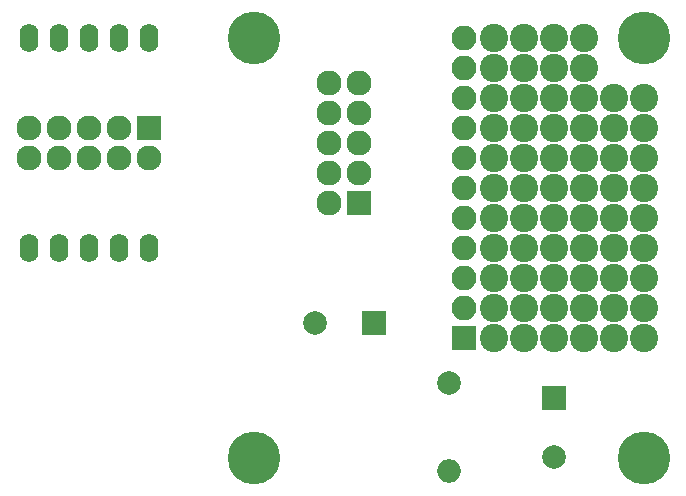
<source format=gbs>
G04 #@! TF.FileFunction,Soldermask,Bot*
%FSLAX46Y46*%
G04 Gerber Fmt 4.6, Leading zero omitted, Abs format (unit mm)*
G04 Created by KiCad (PCBNEW 4.0.7-e0-6372~58~ubuntu16.10.1) date Fri Jul 21 11:45:41 2017*
%MOMM*%
%LPD*%
G01*
G04 APERTURE LIST*
%ADD10C,0.100000*%
%ADD11C,4.464000*%
%ADD12C,2.398980*%
%ADD13C,2.000000*%
%ADD14O,2.000000X2.000000*%
%ADD15R,2.127200X2.127200*%
%ADD16O,2.127200X2.127200*%
%ADD17O,1.600000X2.400000*%
%ADD18R,2.100000X2.100000*%
%ADD19O,2.100000X2.100000*%
%ADD20R,2.000000X2.000000*%
G04 APERTURE END LIST*
D10*
D11*
X170180000Y-118110000D03*
X170180000Y-82550000D03*
X203200000Y-82550000D03*
D12*
X203200000Y-107950000D03*
X200660000Y-107950000D03*
X198120000Y-107950000D03*
X195580000Y-107950000D03*
X193040000Y-107950000D03*
X190500000Y-107950000D03*
X203200000Y-105410000D03*
X200660000Y-105410000D03*
X198120000Y-105410000D03*
X195580000Y-105410000D03*
X193040000Y-105410000D03*
X190500000Y-105410000D03*
X203200000Y-102870000D03*
X200660000Y-102870000D03*
X198120000Y-102870000D03*
X195580000Y-102870000D03*
X193040000Y-102870000D03*
X190500000Y-102870000D03*
X203200000Y-100330000D03*
X200660000Y-100330000D03*
X198120000Y-100330000D03*
X195580000Y-100330000D03*
X193040000Y-100330000D03*
X190500000Y-100330000D03*
X203200000Y-97790000D03*
X200660000Y-97790000D03*
X198120000Y-97790000D03*
X195580000Y-97790000D03*
X193040000Y-97790000D03*
X190500000Y-97790000D03*
X203200000Y-95250000D03*
X200660000Y-95250000D03*
X198120000Y-95250000D03*
X195580000Y-95250000D03*
X193040000Y-95250000D03*
X190500000Y-95250000D03*
X203200000Y-92710000D03*
X200660000Y-92710000D03*
X198120000Y-92710000D03*
X195580000Y-92710000D03*
X193040000Y-92710000D03*
X190500000Y-92710000D03*
X203200000Y-90170000D03*
X200660000Y-90170000D03*
X198120000Y-90170000D03*
X195580000Y-90170000D03*
X193040000Y-90170000D03*
X190500000Y-90170000D03*
X203200000Y-87630000D03*
X200660000Y-87630000D03*
X198120000Y-87630000D03*
X195580000Y-87630000D03*
X193040000Y-87630000D03*
X190500000Y-87630000D03*
X198120000Y-85090000D03*
X195580000Y-85090000D03*
X193040000Y-85090000D03*
X190500000Y-85090000D03*
X198120000Y-82550000D03*
X195580000Y-82550000D03*
X193040000Y-82550000D03*
D13*
X186690000Y-111760000D03*
D14*
X186690000Y-119260000D03*
D15*
X179070000Y-96520000D03*
D16*
X176530000Y-96520000D03*
X179070000Y-93980000D03*
X176530000Y-93980000D03*
X179070000Y-91440000D03*
X176530000Y-91440000D03*
X179070000Y-88900000D03*
X176530000Y-88900000D03*
X179070000Y-86360000D03*
X176530000Y-86360000D03*
D17*
X161290000Y-100330000D03*
X161290000Y-82550000D03*
X158750000Y-100330000D03*
X158750000Y-82550000D03*
X156210000Y-100330000D03*
X156210000Y-82550000D03*
X153670000Y-100330000D03*
X153670000Y-82550000D03*
X151130000Y-100330000D03*
X151130000Y-82550000D03*
D15*
X161290000Y-90170000D03*
D16*
X161290000Y-92710000D03*
X158750000Y-90170000D03*
X158750000Y-92710000D03*
X156210000Y-90170000D03*
X156210000Y-92710000D03*
X153670000Y-90170000D03*
X153670000Y-92710000D03*
X151130000Y-90170000D03*
X151130000Y-92710000D03*
D18*
X187960000Y-107950000D03*
D19*
X187960000Y-105410000D03*
X187960000Y-102870000D03*
X187960000Y-100330000D03*
X187960000Y-97790000D03*
X187960000Y-95250000D03*
X187960000Y-92710000D03*
X187960000Y-90170000D03*
X187960000Y-87630000D03*
X187960000Y-85090000D03*
X187960000Y-82550000D03*
D20*
X180340000Y-106680000D03*
D13*
X175340000Y-106680000D03*
D20*
X195580000Y-113030000D03*
D13*
X195580000Y-118030000D03*
D12*
X190500000Y-82550000D03*
D11*
X203200000Y-118110000D03*
M02*

</source>
